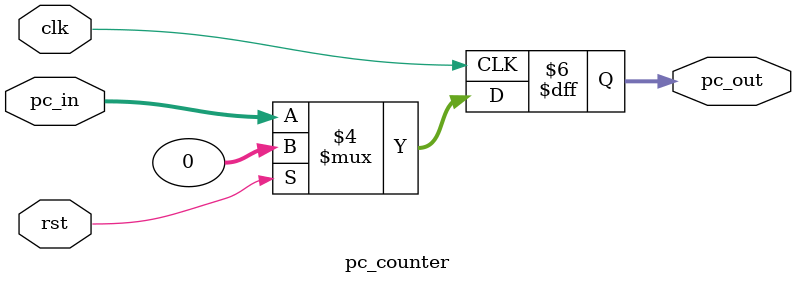
<source format=v>
module pc_counter(clk, rst, pc_in, pc_out);
 input clk, rst;
 input [31:0] pc_in;
 output reg[31:0] pc_out;
 
 initial begin
     pc_out <= 32'd0;
 end
 
 always @(posedge clk) begin
 if(rst)
     pc_out <= 32'd0;
 else
     pc_out <= pc_in;
 end

 endmodule
 
</source>
